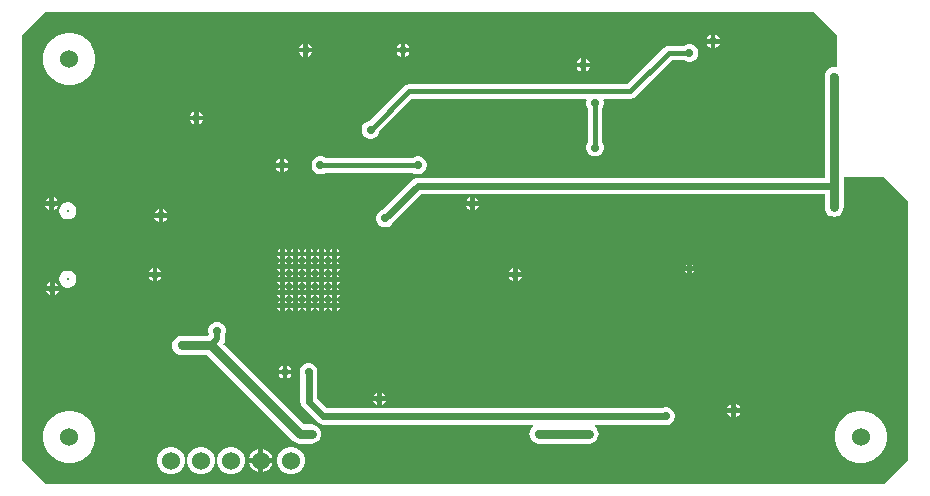
<source format=gbl>
G04*
G04 #@! TF.GenerationSoftware,Altium Limited,Altium Designer,25.8.1 (18)*
G04*
G04 Layer_Physical_Order=2*
G04 Layer_Color=16711680*
%FSLAX44Y44*%
%MOMM*%
G71*
G04*
G04 #@! TF.SameCoordinates,5983EDC3-4ECE-46C9-A552-0EA99BB4F25C*
G04*
G04*
G04 #@! TF.FilePolarity,Positive*
G04*
G01*
G75*
%ADD57C,0.8000*%
%ADD58C,0.6000*%
%ADD60C,0.5000*%
%ADD62C,0.4000*%
%ADD65C,1.5240*%
%ADD66C,0.3250*%
%ADD67C,0.7000*%
%ADD68C,0.5000*%
%ADD69C,0.4000*%
G36*
X1480000Y720000D02*
Y693911D01*
X1478730Y692907D01*
X1477500Y693069D01*
X1475412Y692794D01*
X1473466Y691988D01*
X1471794Y690706D01*
X1470512Y689035D01*
X1469706Y687088D01*
X1469431Y685000D01*
Y599560D01*
X1125000D01*
X1123173Y599320D01*
X1121470Y598615D01*
X1120008Y597492D01*
X1094366Y571851D01*
X1092895Y571002D01*
X1091498Y569605D01*
X1090511Y567895D01*
X1090000Y565987D01*
Y564013D01*
X1090511Y562105D01*
X1091498Y560395D01*
X1092895Y558998D01*
X1094605Y558011D01*
X1096513Y557500D01*
X1098487D01*
X1100395Y558011D01*
X1102105Y558998D01*
X1103502Y560395D01*
X1104351Y561866D01*
X1127924Y585440D01*
X1469431D01*
Y574431D01*
X1469706Y572343D01*
X1470512Y570396D01*
X1471794Y568725D01*
X1473466Y567443D01*
X1475412Y566637D01*
X1477500Y566362D01*
X1479588Y566637D01*
X1481534Y567443D01*
X1483206Y568725D01*
X1484488Y570396D01*
X1485294Y572343D01*
X1485569Y574431D01*
Y592500D01*
Y600000D01*
X1520000D01*
X1540000Y580000D01*
Y360000D01*
X1520000Y340000D01*
X810000D01*
X790000Y360000D01*
Y720000D01*
X810000Y740000D01*
X1460000D01*
X1480000Y720000D01*
D02*
G37*
%LPC*%
G36*
X1377000Y720449D02*
Y717000D01*
X1380449D01*
X1379917Y718285D01*
X1378285Y719917D01*
X1377000Y720449D01*
D02*
G37*
G36*
X1373000D02*
X1371715Y719917D01*
X1370083Y718285D01*
X1369551Y717000D01*
X1373000D01*
Y720449D01*
D02*
G37*
G36*
X1380449Y713000D02*
X1377000D01*
Y709550D01*
X1378285Y710083D01*
X1379917Y711715D01*
X1380449Y713000D01*
D02*
G37*
G36*
X1373000D02*
X1369551D01*
X1370083Y711715D01*
X1371715Y710083D01*
X1373000Y709550D01*
Y713000D01*
D02*
G37*
G36*
X1114500Y712950D02*
Y709500D01*
X1117950D01*
X1117417Y710785D01*
X1115785Y712417D01*
X1114500Y712950D01*
D02*
G37*
G36*
X1110500D02*
X1109215Y712417D01*
X1107583Y710785D01*
X1107051Y709500D01*
X1110500D01*
Y712950D01*
D02*
G37*
G36*
X1032000D02*
Y709500D01*
X1035449D01*
X1034917Y710785D01*
X1033285Y712417D01*
X1032000Y712950D01*
D02*
G37*
G36*
X1028000D02*
X1026715Y712417D01*
X1025083Y710785D01*
X1024551Y709500D01*
X1028000D01*
Y712950D01*
D02*
G37*
G36*
X1117950Y705500D02*
X1114500D01*
Y702051D01*
X1115785Y702583D01*
X1117417Y704215D01*
X1117950Y705500D01*
D02*
G37*
G36*
X1110500D02*
X1107051D01*
X1107583Y704215D01*
X1109215Y702583D01*
X1110500Y702051D01*
Y705500D01*
D02*
G37*
G36*
X1035449D02*
X1032000D01*
Y702051D01*
X1033285Y702583D01*
X1034917Y704215D01*
X1035449Y705500D01*
D02*
G37*
G36*
X1028000D02*
X1024551D01*
X1025083Y704215D01*
X1026715Y702583D01*
X1028000Y702051D01*
Y705500D01*
D02*
G37*
G36*
X1355987Y712500D02*
X1354013D01*
X1352105Y711989D01*
X1350596Y711118D01*
X1337500D01*
X1335159Y710652D01*
X1333174Y709326D01*
X1302466Y678617D01*
X1117500D01*
X1115159Y678152D01*
X1113174Y676826D01*
X1083788Y647440D01*
X1082105Y646989D01*
X1080395Y646002D01*
X1078998Y644605D01*
X1078011Y642895D01*
X1077500Y640987D01*
Y639013D01*
X1078011Y637105D01*
X1078998Y635395D01*
X1080395Y633998D01*
X1082105Y633011D01*
X1084013Y632500D01*
X1085987D01*
X1087895Y633011D01*
X1089605Y633998D01*
X1091002Y635395D01*
X1091989Y637105D01*
X1092440Y638788D01*
X1120034Y666383D01*
X1267290D01*
X1267935Y665112D01*
X1267500Y663487D01*
Y661513D01*
X1268011Y659605D01*
X1268883Y658096D01*
Y629404D01*
X1268011Y627895D01*
X1267500Y625987D01*
Y624013D01*
X1268011Y622105D01*
X1268998Y620395D01*
X1270395Y618998D01*
X1272105Y618011D01*
X1274013Y617500D01*
X1275987D01*
X1277895Y618011D01*
X1279605Y618998D01*
X1281001Y620395D01*
X1281989Y622105D01*
X1282500Y624013D01*
Y625987D01*
X1281989Y627895D01*
X1281118Y629404D01*
Y658096D01*
X1281989Y659605D01*
X1282500Y661513D01*
Y663487D01*
X1282065Y665112D01*
X1282710Y666383D01*
X1305000D01*
X1307341Y666848D01*
X1309326Y668174D01*
X1340034Y698883D01*
X1350596D01*
X1352105Y698011D01*
X1354013Y697500D01*
X1355987D01*
X1357895Y698011D01*
X1359605Y698998D01*
X1361001Y700395D01*
X1361989Y702105D01*
X1362500Y704013D01*
Y705987D01*
X1361989Y707895D01*
X1361001Y709605D01*
X1359605Y711002D01*
X1357895Y711989D01*
X1355987Y712500D01*
D02*
G37*
G36*
X1267000Y700449D02*
Y697000D01*
X1270450D01*
X1269917Y698285D01*
X1268285Y699917D01*
X1267000Y700449D01*
D02*
G37*
G36*
X1263000D02*
X1261715Y699917D01*
X1260083Y698285D01*
X1259551Y697000D01*
X1263000D01*
Y700449D01*
D02*
G37*
G36*
X1270450Y693000D02*
X1267000D01*
Y689551D01*
X1268285Y690083D01*
X1269917Y691715D01*
X1270450Y693000D01*
D02*
G37*
G36*
X1263000D02*
X1259551D01*
X1260083Y691715D01*
X1261715Y690083D01*
X1263000Y689551D01*
Y693000D01*
D02*
G37*
G36*
X832167Y722000D02*
X827833D01*
X823583Y721154D01*
X819579Y719496D01*
X815976Y717088D01*
X812912Y714024D01*
X810504Y710421D01*
X808845Y706417D01*
X808000Y702167D01*
Y697833D01*
X808845Y693583D01*
X810504Y689579D01*
X812912Y685976D01*
X815976Y682912D01*
X819579Y680504D01*
X823583Y678846D01*
X827833Y678000D01*
X832167D01*
X836417Y678846D01*
X840421Y680504D01*
X844024Y682912D01*
X847088Y685976D01*
X849496Y689579D01*
X851154Y693583D01*
X852000Y697833D01*
Y702167D01*
X851154Y706417D01*
X849496Y710421D01*
X847088Y714024D01*
X844024Y717088D01*
X840421Y719496D01*
X836417Y721154D01*
X832167Y722000D01*
D02*
G37*
G36*
X939500Y655449D02*
Y652000D01*
X942949D01*
X942417Y653285D01*
X940785Y654917D01*
X939500Y655449D01*
D02*
G37*
G36*
X935500D02*
X934215Y654917D01*
X932583Y653285D01*
X932051Y652000D01*
X935500D01*
Y655449D01*
D02*
G37*
G36*
X942949Y648000D02*
X939500D01*
Y644551D01*
X940785Y645083D01*
X942417Y646715D01*
X942949Y648000D01*
D02*
G37*
G36*
X935500D02*
X932051D01*
X932583Y646715D01*
X934215Y645083D01*
X935500Y644551D01*
Y648000D01*
D02*
G37*
G36*
X1125987Y617500D02*
X1124013D01*
X1122105Y616989D01*
X1120596Y616118D01*
X1046904D01*
X1045395Y616989D01*
X1043487Y617500D01*
X1041513D01*
X1039605Y616989D01*
X1037895Y616002D01*
X1036498Y614605D01*
X1035511Y612895D01*
X1035000Y610987D01*
Y609013D01*
X1035511Y607105D01*
X1036498Y605395D01*
X1037895Y603998D01*
X1039605Y603011D01*
X1041513Y602500D01*
X1043487D01*
X1045395Y603011D01*
X1046904Y603882D01*
X1120596D01*
X1122105Y603011D01*
X1124013Y602500D01*
X1125987D01*
X1127895Y603011D01*
X1129605Y603998D01*
X1131002Y605395D01*
X1131989Y607105D01*
X1132500Y609013D01*
Y610987D01*
X1131989Y612895D01*
X1131002Y614605D01*
X1129605Y616002D01*
X1127895Y616989D01*
X1125987Y617500D01*
D02*
G37*
G36*
X1012000Y615449D02*
Y612000D01*
X1015450D01*
X1014917Y613285D01*
X1013286Y614917D01*
X1012000Y615449D01*
D02*
G37*
G36*
X1008000D02*
X1006715Y614917D01*
X1005083Y613285D01*
X1004551Y612000D01*
X1008000D01*
Y615449D01*
D02*
G37*
G36*
X1015450Y608000D02*
X1012000D01*
Y604551D01*
X1013286Y605083D01*
X1014917Y606715D01*
X1015450Y608000D01*
D02*
G37*
G36*
X1008000D02*
X1004551D01*
X1005083Y606715D01*
X1006715Y605083D01*
X1008000Y604551D01*
Y608000D01*
D02*
G37*
G36*
X817000Y582949D02*
Y579500D01*
X820449D01*
X819917Y580785D01*
X818285Y582417D01*
X817000Y582949D01*
D02*
G37*
G36*
X813000D02*
X811715Y582417D01*
X810083Y580785D01*
X809551Y579500D01*
X813000D01*
Y582949D01*
D02*
G37*
G36*
X1173159Y582949D02*
Y579500D01*
X1176608D01*
X1176076Y580785D01*
X1174444Y582417D01*
X1173159Y582949D01*
D02*
G37*
G36*
X1169159D02*
X1167873Y582417D01*
X1166242Y580785D01*
X1165709Y579500D01*
X1169159D01*
Y582949D01*
D02*
G37*
G36*
X820449Y575500D02*
X817000D01*
Y572051D01*
X818285Y572583D01*
X819917Y574215D01*
X820449Y575500D01*
D02*
G37*
G36*
X813000D02*
X809551D01*
X810083Y574215D01*
X811715Y572583D01*
X813000Y572051D01*
Y575500D01*
D02*
G37*
G36*
X1176608Y575500D02*
X1173159D01*
Y572050D01*
X1174444Y572583D01*
X1176076Y574214D01*
X1176608Y575500D01*
D02*
G37*
G36*
X1169159D02*
X1165709D01*
X1166242Y574214D01*
X1167873Y572583D01*
X1169159Y572050D01*
Y575500D01*
D02*
G37*
G36*
X909500Y572949D02*
Y569500D01*
X912949D01*
X912417Y570785D01*
X910785Y572417D01*
X909500Y572949D01*
D02*
G37*
G36*
X905500D02*
X904214Y572417D01*
X902583Y570785D01*
X902050Y569500D01*
X905500D01*
Y572949D01*
D02*
G37*
G36*
X829484Y578650D02*
X827576D01*
X825732Y578156D01*
X824078Y577201D01*
X822729Y575852D01*
X821774Y574198D01*
X821280Y572355D01*
Y570446D01*
X821774Y568602D01*
X822729Y566948D01*
X824078Y565599D01*
X825732Y564644D01*
X827576Y564150D01*
X829484D01*
X831328Y564644D01*
X832982Y565599D01*
X834331Y566948D01*
X835286Y568602D01*
X835780Y570446D01*
Y572355D01*
X835286Y574198D01*
X834331Y575852D01*
X832982Y577201D01*
X831328Y578156D01*
X829484Y578650D01*
D02*
G37*
G36*
X912949Y565500D02*
X909500D01*
Y562051D01*
X910785Y562583D01*
X912417Y564215D01*
X912949Y565500D01*
D02*
G37*
G36*
X905500D02*
X902050D01*
X902583Y564215D01*
X904214Y562583D01*
X905500Y562051D01*
Y565500D01*
D02*
G37*
G36*
X1056500Y539367D02*
Y537000D01*
X1058867D01*
X1058569Y537719D01*
X1057219Y539069D01*
X1056500Y539367D01*
D02*
G37*
G36*
X1052500D02*
X1051781Y539069D01*
X1050431Y537719D01*
X1050133Y537000D01*
X1052500D01*
Y539367D01*
D02*
G37*
G36*
X1045500D02*
Y537000D01*
X1047867D01*
X1047569Y537719D01*
X1046219Y539069D01*
X1045500Y539367D01*
D02*
G37*
G36*
X1041500D02*
X1040781Y539069D01*
X1039431Y537719D01*
X1039133Y537000D01*
X1041500D01*
Y539367D01*
D02*
G37*
G36*
X1034500D02*
Y537000D01*
X1036867D01*
X1036569Y537719D01*
X1035219Y539069D01*
X1034500Y539367D01*
D02*
G37*
G36*
X1030500D02*
X1029781Y539069D01*
X1028431Y537719D01*
X1028133Y537000D01*
X1030500D01*
Y539367D01*
D02*
G37*
G36*
X1023500D02*
Y537000D01*
X1025867D01*
X1025569Y537719D01*
X1024219Y539069D01*
X1023500Y539367D01*
D02*
G37*
G36*
X1019500D02*
X1018781Y539069D01*
X1017431Y537719D01*
X1017133Y537000D01*
X1019500D01*
Y539367D01*
D02*
G37*
G36*
X1012500D02*
Y537000D01*
X1014867D01*
X1014569Y537719D01*
X1013219Y539069D01*
X1012500Y539367D01*
D02*
G37*
G36*
X1008500D02*
X1007781Y539069D01*
X1006431Y537719D01*
X1006133Y537000D01*
X1008500D01*
Y539367D01*
D02*
G37*
G36*
X1058867Y533000D02*
X1056500D01*
Y530633D01*
X1057219Y530931D01*
X1058569Y532281D01*
X1058867Y533000D01*
D02*
G37*
G36*
X1052500D02*
X1050133D01*
X1050431Y532281D01*
X1051781Y530931D01*
X1052500Y530633D01*
Y533000D01*
D02*
G37*
G36*
X1047867D02*
X1045500D01*
Y530633D01*
X1046219Y530931D01*
X1047569Y532281D01*
X1047867Y533000D01*
D02*
G37*
G36*
X1041500D02*
X1039133D01*
X1039431Y532281D01*
X1040781Y530931D01*
X1041500Y530633D01*
Y533000D01*
D02*
G37*
G36*
X1036867D02*
X1034500D01*
Y530633D01*
X1035219Y530931D01*
X1036569Y532281D01*
X1036867Y533000D01*
D02*
G37*
G36*
X1030500D02*
X1028133D01*
X1028431Y532281D01*
X1029781Y530931D01*
X1030500Y530633D01*
Y533000D01*
D02*
G37*
G36*
X1025867D02*
X1023500D01*
Y530633D01*
X1024219Y530931D01*
X1025569Y532281D01*
X1025867Y533000D01*
D02*
G37*
G36*
X1019500D02*
X1017133D01*
X1017431Y532281D01*
X1018781Y530931D01*
X1019500Y530633D01*
Y533000D01*
D02*
G37*
G36*
X1014867D02*
X1012500D01*
Y530633D01*
X1013219Y530931D01*
X1014569Y532281D01*
X1014867Y533000D01*
D02*
G37*
G36*
X1008500D02*
X1006133D01*
X1006431Y532281D01*
X1007781Y530931D01*
X1008500Y530633D01*
Y533000D01*
D02*
G37*
G36*
X1056500Y528367D02*
Y526000D01*
X1058867D01*
X1058569Y526719D01*
X1057219Y528069D01*
X1056500Y528367D01*
D02*
G37*
G36*
X1052500D02*
X1051781Y528069D01*
X1050431Y526719D01*
X1050133Y526000D01*
X1052500D01*
Y528367D01*
D02*
G37*
G36*
X1045500D02*
Y526000D01*
X1047867D01*
X1047569Y526719D01*
X1046219Y528069D01*
X1045500Y528367D01*
D02*
G37*
G36*
X1041500D02*
X1040781Y528069D01*
X1039431Y526719D01*
X1039133Y526000D01*
X1041500D01*
Y528367D01*
D02*
G37*
G36*
X1034500D02*
Y526000D01*
X1036867D01*
X1036569Y526719D01*
X1035219Y528069D01*
X1034500Y528367D01*
D02*
G37*
G36*
X1030500D02*
X1029781Y528069D01*
X1028431Y526719D01*
X1028133Y526000D01*
X1030500D01*
Y528367D01*
D02*
G37*
G36*
X1023500D02*
Y526000D01*
X1025867D01*
X1025569Y526719D01*
X1024219Y528069D01*
X1023500Y528367D01*
D02*
G37*
G36*
X1019500D02*
X1018781Y528069D01*
X1017431Y526719D01*
X1017133Y526000D01*
X1019500D01*
Y528367D01*
D02*
G37*
G36*
X1012500D02*
Y526000D01*
X1014867D01*
X1014569Y526719D01*
X1013219Y528069D01*
X1012500Y528367D01*
D02*
G37*
G36*
X1008500D02*
X1007781Y528069D01*
X1006431Y526719D01*
X1006133Y526000D01*
X1008500D01*
Y528367D01*
D02*
G37*
G36*
X1357000Y526326D02*
Y524500D01*
X1358826D01*
X1358645Y524936D01*
X1357436Y526145D01*
X1357000Y526326D01*
D02*
G37*
G36*
X1353000D02*
X1352564Y526145D01*
X1351355Y524936D01*
X1351174Y524500D01*
X1353000D01*
Y526326D01*
D02*
G37*
G36*
X1058867Y522000D02*
X1056500D01*
Y519633D01*
X1057219Y519931D01*
X1058569Y521281D01*
X1058867Y522000D01*
D02*
G37*
G36*
X1052500D02*
X1050133D01*
X1050431Y521281D01*
X1051781Y519931D01*
X1052500Y519633D01*
Y522000D01*
D02*
G37*
G36*
X1047867D02*
X1045500D01*
Y519633D01*
X1046219Y519931D01*
X1047569Y521281D01*
X1047867Y522000D01*
D02*
G37*
G36*
X1041500D02*
X1039133D01*
X1039431Y521281D01*
X1040781Y519931D01*
X1041500Y519633D01*
Y522000D01*
D02*
G37*
G36*
X1036867D02*
X1034500D01*
Y519633D01*
X1035219Y519931D01*
X1036569Y521281D01*
X1036867Y522000D01*
D02*
G37*
G36*
X1030500D02*
X1028133D01*
X1028431Y521281D01*
X1029781Y519931D01*
X1030500Y519633D01*
Y522000D01*
D02*
G37*
G36*
X1025867D02*
X1023500D01*
Y519633D01*
X1024219Y519931D01*
X1025569Y521281D01*
X1025867Y522000D01*
D02*
G37*
G36*
X1019500D02*
X1017133D01*
X1017431Y521281D01*
X1018781Y519931D01*
X1019500Y519633D01*
Y522000D01*
D02*
G37*
G36*
X1014867D02*
X1012500D01*
Y519633D01*
X1013219Y519931D01*
X1014569Y521281D01*
X1014867Y522000D01*
D02*
G37*
G36*
X1008500D02*
X1006133D01*
X1006431Y521281D01*
X1007781Y519931D01*
X1008500Y519633D01*
Y522000D01*
D02*
G37*
G36*
X1209500Y522949D02*
Y519500D01*
X1212949D01*
X1212417Y520785D01*
X1210785Y522417D01*
X1209500Y522949D01*
D02*
G37*
G36*
X1205500D02*
X1204215Y522417D01*
X1202583Y520785D01*
X1202051Y519500D01*
X1205500D01*
Y522949D01*
D02*
G37*
G36*
X904500Y522949D02*
Y519500D01*
X907950D01*
X907417Y520785D01*
X905786Y522417D01*
X904500Y522949D01*
D02*
G37*
G36*
X900500D02*
X899215Y522417D01*
X897583Y520785D01*
X897051Y519500D01*
X900500D01*
Y522949D01*
D02*
G37*
G36*
X1358826Y520500D02*
X1357000D01*
Y518674D01*
X1357436Y518855D01*
X1358645Y520064D01*
X1358826Y520500D01*
D02*
G37*
G36*
X1353000D02*
X1351174D01*
X1351355Y520064D01*
X1352564Y518855D01*
X1353000Y518674D01*
Y520500D01*
D02*
G37*
G36*
X1056500Y517367D02*
Y515000D01*
X1058867D01*
X1058569Y515719D01*
X1057219Y517069D01*
X1056500Y517367D01*
D02*
G37*
G36*
X1052500D02*
X1051781Y517069D01*
X1050431Y515719D01*
X1050133Y515000D01*
X1052500D01*
Y517367D01*
D02*
G37*
G36*
X1045500D02*
Y515000D01*
X1047867D01*
X1047569Y515719D01*
X1046219Y517069D01*
X1045500Y517367D01*
D02*
G37*
G36*
X1041500D02*
X1040781Y517069D01*
X1039431Y515719D01*
X1039133Y515000D01*
X1041500D01*
Y517367D01*
D02*
G37*
G36*
X1034500D02*
Y515000D01*
X1036867D01*
X1036569Y515719D01*
X1035219Y517069D01*
X1034500Y517367D01*
D02*
G37*
G36*
X1030500D02*
X1029781Y517069D01*
X1028431Y515719D01*
X1028133Y515000D01*
X1030500D01*
Y517367D01*
D02*
G37*
G36*
X1023500D02*
Y515000D01*
X1025867D01*
X1025569Y515719D01*
X1024219Y517069D01*
X1023500Y517367D01*
D02*
G37*
G36*
X1019500D02*
X1018781Y517069D01*
X1017431Y515719D01*
X1017133Y515000D01*
X1019500D01*
Y517367D01*
D02*
G37*
G36*
X1012500D02*
Y515000D01*
X1014867D01*
X1014569Y515719D01*
X1013219Y517069D01*
X1012500Y517367D01*
D02*
G37*
G36*
X1008500D02*
X1007781Y517069D01*
X1006431Y515719D01*
X1006133Y515000D01*
X1008500D01*
Y517367D01*
D02*
G37*
G36*
X1212949Y515500D02*
X1209500D01*
Y512051D01*
X1210785Y512583D01*
X1212417Y514215D01*
X1212949Y515500D01*
D02*
G37*
G36*
X1205500D02*
X1202051D01*
X1202583Y514215D01*
X1204215Y512583D01*
X1205500Y512051D01*
Y515500D01*
D02*
G37*
G36*
X907950Y515500D02*
X904500D01*
Y512051D01*
X905786Y512583D01*
X907417Y514215D01*
X907950Y515500D01*
D02*
G37*
G36*
X900500D02*
X897051D01*
X897583Y514215D01*
X899215Y512583D01*
X900500Y512051D01*
Y515500D01*
D02*
G37*
G36*
X1058867Y511000D02*
X1056500D01*
Y508633D01*
X1057219Y508931D01*
X1058569Y510281D01*
X1058867Y511000D01*
D02*
G37*
G36*
X1052500D02*
X1050133D01*
X1050431Y510281D01*
X1051781Y508931D01*
X1052500Y508633D01*
Y511000D01*
D02*
G37*
G36*
X1047867D02*
X1045500D01*
Y508633D01*
X1046219Y508931D01*
X1047569Y510281D01*
X1047867Y511000D01*
D02*
G37*
G36*
X1041500D02*
X1039133D01*
X1039431Y510281D01*
X1040781Y508931D01*
X1041500Y508633D01*
Y511000D01*
D02*
G37*
G36*
X1036867D02*
X1034500D01*
Y508633D01*
X1035219Y508931D01*
X1036569Y510281D01*
X1036867Y511000D01*
D02*
G37*
G36*
X1030500D02*
X1028133D01*
X1028431Y510281D01*
X1029781Y508931D01*
X1030500Y508633D01*
Y511000D01*
D02*
G37*
G36*
X1025867D02*
X1023500D01*
Y508633D01*
X1024219Y508931D01*
X1025569Y510281D01*
X1025867Y511000D01*
D02*
G37*
G36*
X1019500D02*
X1017133D01*
X1017431Y510281D01*
X1018781Y508931D01*
X1019500Y508633D01*
Y511000D01*
D02*
G37*
G36*
X1014867D02*
X1012500D01*
Y508633D01*
X1013219Y508931D01*
X1014569Y510281D01*
X1014867Y511000D01*
D02*
G37*
G36*
X1008500D02*
X1006133D01*
X1006431Y510281D01*
X1007781Y508931D01*
X1008500Y508633D01*
Y511000D01*
D02*
G37*
G36*
X817582Y511031D02*
Y507582D01*
X821031D01*
X820499Y508867D01*
X818867Y510499D01*
X817582Y511031D01*
D02*
G37*
G36*
X813582D02*
X812297Y510499D01*
X810665Y508867D01*
X810133Y507582D01*
X813582D01*
Y511031D01*
D02*
G37*
G36*
X829484Y520850D02*
X827576D01*
X825732Y520356D01*
X824078Y519402D01*
X822729Y518052D01*
X821774Y516398D01*
X821280Y514554D01*
Y512645D01*
X821774Y510802D01*
X822729Y509148D01*
X824078Y507799D01*
X825732Y506844D01*
X827576Y506350D01*
X829484D01*
X831328Y506844D01*
X832982Y507799D01*
X834331Y509148D01*
X835286Y510802D01*
X835780Y512645D01*
Y514554D01*
X835286Y516398D01*
X834331Y518052D01*
X832982Y519402D01*
X831328Y520356D01*
X829484Y520850D01*
D02*
G37*
G36*
X1056500Y506367D02*
Y504000D01*
X1058867D01*
X1058569Y504719D01*
X1057219Y506069D01*
X1056500Y506367D01*
D02*
G37*
G36*
X1052500D02*
X1051781Y506069D01*
X1050431Y504719D01*
X1050133Y504000D01*
X1052500D01*
Y506367D01*
D02*
G37*
G36*
X1045500D02*
Y504000D01*
X1047867D01*
X1047569Y504719D01*
X1046219Y506069D01*
X1045500Y506367D01*
D02*
G37*
G36*
X1041500D02*
X1040781Y506069D01*
X1039431Y504719D01*
X1039133Y504000D01*
X1041500D01*
Y506367D01*
D02*
G37*
G36*
X1034500D02*
Y504000D01*
X1036867D01*
X1036569Y504719D01*
X1035219Y506069D01*
X1034500Y506367D01*
D02*
G37*
G36*
X1030500D02*
X1029781Y506069D01*
X1028431Y504719D01*
X1028133Y504000D01*
X1030500D01*
Y506367D01*
D02*
G37*
G36*
X1023500D02*
Y504000D01*
X1025867D01*
X1025569Y504719D01*
X1024219Y506069D01*
X1023500Y506367D01*
D02*
G37*
G36*
X1019500D02*
X1018781Y506069D01*
X1017431Y504719D01*
X1017133Y504000D01*
X1019500D01*
Y506367D01*
D02*
G37*
G36*
X1012500D02*
Y504000D01*
X1014867D01*
X1014569Y504719D01*
X1013219Y506069D01*
X1012500Y506367D01*
D02*
G37*
G36*
X1008500D02*
X1007781Y506069D01*
X1006431Y504719D01*
X1006133Y504000D01*
X1008500D01*
Y506367D01*
D02*
G37*
G36*
X821031Y503582D02*
X817582D01*
Y500133D01*
X818867Y500665D01*
X820499Y502297D01*
X821031Y503582D01*
D02*
G37*
G36*
X813582D02*
X810133D01*
X810665Y502297D01*
X812297Y500665D01*
X813582Y500133D01*
Y503582D01*
D02*
G37*
G36*
X1058867Y500000D02*
X1056500D01*
Y497633D01*
X1057219Y497931D01*
X1058569Y499281D01*
X1058867Y500000D01*
D02*
G37*
G36*
X1052500D02*
X1050133D01*
X1050431Y499281D01*
X1051781Y497931D01*
X1052500Y497633D01*
Y500000D01*
D02*
G37*
G36*
X1047867D02*
X1045500D01*
Y497633D01*
X1046219Y497931D01*
X1047569Y499281D01*
X1047867Y500000D01*
D02*
G37*
G36*
X1041500D02*
X1039133D01*
X1039431Y499281D01*
X1040781Y497931D01*
X1041500Y497633D01*
Y500000D01*
D02*
G37*
G36*
X1036867D02*
X1034500D01*
Y497633D01*
X1035219Y497931D01*
X1036569Y499281D01*
X1036867Y500000D01*
D02*
G37*
G36*
X1030500D02*
X1028133D01*
X1028431Y499281D01*
X1029781Y497931D01*
X1030500Y497633D01*
Y500000D01*
D02*
G37*
G36*
X1025867D02*
X1023500D01*
Y497633D01*
X1024219Y497931D01*
X1025569Y499281D01*
X1025867Y500000D01*
D02*
G37*
G36*
X1019500D02*
X1017133D01*
X1017431Y499281D01*
X1018781Y497931D01*
X1019500Y497633D01*
Y500000D01*
D02*
G37*
G36*
X1014867D02*
X1012500D01*
Y497633D01*
X1013219Y497931D01*
X1014569Y499281D01*
X1014867Y500000D01*
D02*
G37*
G36*
X1008500D02*
X1006133D01*
X1006431Y499281D01*
X1007781Y497931D01*
X1008500Y497633D01*
Y500000D01*
D02*
G37*
G36*
X1056500Y495367D02*
Y493000D01*
X1058867D01*
X1058569Y493719D01*
X1057219Y495069D01*
X1056500Y495367D01*
D02*
G37*
G36*
X1052500D02*
X1051781Y495069D01*
X1050431Y493719D01*
X1050133Y493000D01*
X1052500D01*
Y495367D01*
D02*
G37*
G36*
X1045500D02*
Y493000D01*
X1047867D01*
X1047569Y493719D01*
X1046219Y495069D01*
X1045500Y495367D01*
D02*
G37*
G36*
X1041500D02*
X1040781Y495069D01*
X1039431Y493719D01*
X1039133Y493000D01*
X1041500D01*
Y495367D01*
D02*
G37*
G36*
X1034500D02*
Y493000D01*
X1036867D01*
X1036569Y493719D01*
X1035219Y495069D01*
X1034500Y495367D01*
D02*
G37*
G36*
X1030500D02*
X1029781Y495069D01*
X1028431Y493719D01*
X1028133Y493000D01*
X1030500D01*
Y495367D01*
D02*
G37*
G36*
X1023500D02*
Y493000D01*
X1025867D01*
X1025569Y493719D01*
X1024219Y495069D01*
X1023500Y495367D01*
D02*
G37*
G36*
X1019500D02*
X1018781Y495069D01*
X1017431Y493719D01*
X1017133Y493000D01*
X1019500D01*
Y495367D01*
D02*
G37*
G36*
X1012500D02*
Y493000D01*
X1014867D01*
X1014569Y493719D01*
X1013219Y495069D01*
X1012500Y495367D01*
D02*
G37*
G36*
X1008500D02*
X1007781Y495069D01*
X1006431Y493719D01*
X1006133Y493000D01*
X1008500D01*
Y495367D01*
D02*
G37*
G36*
X1058867Y489000D02*
X1056500D01*
Y486633D01*
X1057219Y486931D01*
X1058569Y488281D01*
X1058867Y489000D01*
D02*
G37*
G36*
X1052500D02*
X1050133D01*
X1050431Y488281D01*
X1051781Y486931D01*
X1052500Y486633D01*
Y489000D01*
D02*
G37*
G36*
X1047867D02*
X1045500D01*
Y486633D01*
X1046219Y486931D01*
X1047569Y488281D01*
X1047867Y489000D01*
D02*
G37*
G36*
X1041500D02*
X1039133D01*
X1039431Y488281D01*
X1040781Y486931D01*
X1041500Y486633D01*
Y489000D01*
D02*
G37*
G36*
X1036867D02*
X1034500D01*
Y486633D01*
X1035219Y486931D01*
X1036569Y488281D01*
X1036867Y489000D01*
D02*
G37*
G36*
X1030500D02*
X1028133D01*
X1028431Y488281D01*
X1029781Y486931D01*
X1030500Y486633D01*
Y489000D01*
D02*
G37*
G36*
X1025867D02*
X1023500D01*
Y486633D01*
X1024219Y486931D01*
X1025569Y488281D01*
X1025867Y489000D01*
D02*
G37*
G36*
X1019500D02*
X1017133D01*
X1017431Y488281D01*
X1018781Y486931D01*
X1019500Y486633D01*
Y489000D01*
D02*
G37*
G36*
X1014867D02*
X1012500D01*
Y486633D01*
X1013219Y486931D01*
X1014569Y488281D01*
X1014867Y489000D01*
D02*
G37*
G36*
X1008500D02*
X1006133D01*
X1006431Y488281D01*
X1007781Y486931D01*
X1008500Y486633D01*
Y489000D01*
D02*
G37*
G36*
X1014500Y440449D02*
Y437000D01*
X1017949D01*
X1017417Y438285D01*
X1015785Y439917D01*
X1014500Y440449D01*
D02*
G37*
G36*
X1010500D02*
X1009215Y439917D01*
X1007583Y438285D01*
X1007051Y437000D01*
X1010500D01*
Y440449D01*
D02*
G37*
G36*
X1017949Y433000D02*
X1014500D01*
Y429551D01*
X1015785Y430083D01*
X1017417Y431715D01*
X1017949Y433000D01*
D02*
G37*
G36*
X1010500D02*
X1007051D01*
X1007583Y431715D01*
X1009215Y430083D01*
X1010500Y429551D01*
Y433000D01*
D02*
G37*
G36*
X1094500Y417949D02*
Y414500D01*
X1097949D01*
X1097417Y415785D01*
X1095785Y417417D01*
X1094500Y417949D01*
D02*
G37*
G36*
X1090500D02*
X1089215Y417417D01*
X1087583Y415785D01*
X1087051Y414500D01*
X1090500D01*
Y417949D01*
D02*
G37*
G36*
X1097949Y410500D02*
X1094500D01*
Y407051D01*
X1095785Y407583D01*
X1097417Y409215D01*
X1097949Y410500D01*
D02*
G37*
G36*
X1090500D02*
X1087051D01*
X1087583Y409215D01*
X1089215Y407583D01*
X1090500Y407051D01*
Y410500D01*
D02*
G37*
G36*
X1394500Y407949D02*
Y404500D01*
X1397950D01*
X1397417Y405785D01*
X1395785Y407417D01*
X1394500Y407949D01*
D02*
G37*
G36*
X1390500D02*
X1389215Y407417D01*
X1387583Y405785D01*
X1387051Y404500D01*
X1390500D01*
Y407949D01*
D02*
G37*
G36*
X1397950Y400500D02*
X1394500D01*
Y397051D01*
X1395785Y397583D01*
X1397417Y399215D01*
X1397950Y400500D01*
D02*
G37*
G36*
X1390500D02*
X1387051D01*
X1387583Y399215D01*
X1389215Y397583D01*
X1390500Y397051D01*
Y400500D01*
D02*
G37*
G36*
X1033487Y442500D02*
X1031513D01*
X1029605Y441989D01*
X1027895Y441002D01*
X1026498Y439605D01*
X1025511Y437895D01*
X1025000Y435987D01*
Y434013D01*
X1025440Y432372D01*
Y410000D01*
X1025680Y408173D01*
X1026385Y406470D01*
X1027507Y405008D01*
X1040008Y392508D01*
X1041470Y391385D01*
X1043173Y390680D01*
X1045000Y390440D01*
X1222619D01*
X1223051Y389170D01*
X1221794Y388206D01*
X1220512Y386535D01*
X1219706Y384588D01*
X1219431Y382500D01*
X1219706Y380412D01*
X1220512Y378465D01*
X1221794Y376794D01*
X1223465Y375512D01*
X1225412Y374706D01*
X1227500Y374431D01*
X1270000D01*
X1272088Y374706D01*
X1274035Y375512D01*
X1275706Y376794D01*
X1276988Y378465D01*
X1277794Y380412D01*
X1278069Y382500D01*
X1277794Y384588D01*
X1276988Y386535D01*
X1275706Y388206D01*
X1274449Y389170D01*
X1274881Y390440D01*
X1332372D01*
X1334013Y390000D01*
X1335987D01*
X1337895Y390511D01*
X1339605Y391498D01*
X1341001Y392895D01*
X1341989Y394605D01*
X1342500Y396513D01*
Y398487D01*
X1341989Y400395D01*
X1341001Y402105D01*
X1339605Y403502D01*
X1337895Y404489D01*
X1335987Y405000D01*
X1334013D01*
X1332372Y404560D01*
X1047924D01*
X1039560Y412924D01*
Y432372D01*
X1040000Y434013D01*
Y435987D01*
X1039489Y437895D01*
X1038502Y439605D01*
X1037105Y441002D01*
X1035395Y441989D01*
X1033487Y442500D01*
D02*
G37*
G36*
X955987Y477500D02*
X954013D01*
X952105Y476989D01*
X950395Y476002D01*
X948998Y474605D01*
X948011Y472895D01*
X947500Y470987D01*
Y469013D01*
X948011Y467105D01*
X948165Y466839D01*
X947541Y465569D01*
X925000D01*
X922912Y465294D01*
X920965Y464488D01*
X919294Y463206D01*
X918012Y461535D01*
X917206Y459588D01*
X916931Y457500D01*
X917206Y455412D01*
X918012Y453465D01*
X919294Y451794D01*
X920965Y450512D01*
X922912Y449706D01*
X925000Y449431D01*
X946658D01*
X1019294Y376794D01*
X1020965Y375512D01*
X1022912Y374706D01*
X1025000Y374431D01*
X1035000D01*
X1037088Y374706D01*
X1039035Y375512D01*
X1040706Y376794D01*
X1041988Y378465D01*
X1042794Y380412D01*
X1043069Y382500D01*
X1042794Y384588D01*
X1041988Y386535D01*
X1040706Y388206D01*
X1039035Y389488D01*
X1037088Y390294D01*
X1035000Y390569D01*
X1028342D01*
X960249Y458663D01*
X960678Y459222D01*
X961333Y460803D01*
X961556Y462500D01*
Y466356D01*
X961989Y467105D01*
X962500Y469013D01*
Y470987D01*
X961989Y472895D01*
X961002Y474605D01*
X959605Y476002D01*
X957895Y476989D01*
X955987Y477500D01*
D02*
G37*
G36*
X994100Y369734D02*
Y362000D01*
X1001834D01*
X1001344Y363829D01*
X1000038Y366091D01*
X998191Y367938D01*
X995929Y369244D01*
X994100Y369734D01*
D02*
G37*
G36*
X990100D02*
X988271Y369244D01*
X986009Y367938D01*
X984162Y366091D01*
X982856Y363829D01*
X982366Y362000D01*
X990100D01*
Y369734D01*
D02*
G37*
G36*
X1502167Y402000D02*
X1497833D01*
X1493583Y401155D01*
X1489579Y399496D01*
X1485976Y397089D01*
X1482912Y394024D01*
X1480504Y390421D01*
X1478846Y386417D01*
X1478000Y382167D01*
Y377833D01*
X1478846Y373583D01*
X1480504Y369579D01*
X1482912Y365976D01*
X1485976Y362911D01*
X1489579Y360504D01*
X1493583Y358845D01*
X1497833Y358000D01*
X1502167D01*
X1506417Y358845D01*
X1510421Y360504D01*
X1514024Y362911D01*
X1517088Y365976D01*
X1519496Y369579D01*
X1521154Y373583D01*
X1522000Y377833D01*
Y382167D01*
X1521154Y386417D01*
X1519496Y390421D01*
X1517088Y394024D01*
X1514024Y397089D01*
X1510421Y399496D01*
X1506417Y401155D01*
X1502167Y402000D01*
D02*
G37*
G36*
X832167D02*
X827833D01*
X823583Y401155D01*
X819579Y399496D01*
X815976Y397089D01*
X812912Y394024D01*
X810504Y390421D01*
X808845Y386417D01*
X808000Y382167D01*
Y377833D01*
X808845Y373583D01*
X810504Y369579D01*
X812912Y365976D01*
X815976Y362911D01*
X819579Y360504D01*
X823583Y358845D01*
X827833Y358000D01*
X832167D01*
X836417Y358845D01*
X840421Y360504D01*
X844024Y362911D01*
X847088Y365976D01*
X849496Y369579D01*
X851154Y373583D01*
X852000Y377833D01*
Y382167D01*
X851154Y386417D01*
X849496Y390421D01*
X847088Y394024D01*
X844024Y397089D01*
X840421Y399496D01*
X836417Y401155D01*
X832167Y402000D01*
D02*
G37*
G36*
X1001834Y358000D02*
X994100D01*
Y350266D01*
X995929Y350756D01*
X998191Y352062D01*
X1000038Y353909D01*
X1001344Y356171D01*
X1001834Y358000D01*
D02*
G37*
G36*
X990100D02*
X982366D01*
X982856Y356171D01*
X984162Y353909D01*
X986009Y352062D01*
X988271Y350756D01*
X990100Y350266D01*
Y358000D01*
D02*
G37*
G36*
X1019030Y371620D02*
X1015970D01*
X1013015Y370828D01*
X1010365Y369298D01*
X1008202Y367135D01*
X1006672Y364485D01*
X1005880Y361530D01*
Y358470D01*
X1006672Y355515D01*
X1008202Y352865D01*
X1010365Y350702D01*
X1013015Y349172D01*
X1015970Y348380D01*
X1019030D01*
X1021985Y349172D01*
X1024635Y350702D01*
X1026798Y352865D01*
X1028328Y355515D01*
X1029120Y358470D01*
Y361530D01*
X1028328Y364485D01*
X1026798Y367135D01*
X1024635Y369298D01*
X1021985Y370828D01*
X1019030Y371620D01*
D02*
G37*
G36*
X968230D02*
X965170D01*
X962215Y370828D01*
X959565Y369298D01*
X957402Y367135D01*
X955872Y364485D01*
X955080Y361530D01*
Y358470D01*
X955872Y355515D01*
X957402Y352865D01*
X959565Y350702D01*
X962215Y349172D01*
X965170Y348380D01*
X968230D01*
X971185Y349172D01*
X973835Y350702D01*
X975998Y352865D01*
X977528Y355515D01*
X978320Y358470D01*
Y361530D01*
X977528Y364485D01*
X975998Y367135D01*
X973835Y369298D01*
X971185Y370828D01*
X968230Y371620D01*
D02*
G37*
G36*
X942830D02*
X939770D01*
X936815Y370828D01*
X934165Y369298D01*
X932002Y367135D01*
X930472Y364485D01*
X929680Y361530D01*
Y358470D01*
X930472Y355515D01*
X932002Y352865D01*
X934165Y350702D01*
X936815Y349172D01*
X939770Y348380D01*
X942830D01*
X945785Y349172D01*
X948435Y350702D01*
X950598Y352865D01*
X952128Y355515D01*
X952920Y358470D01*
Y361530D01*
X952128Y364485D01*
X950598Y367135D01*
X948435Y369298D01*
X945785Y370828D01*
X942830Y371620D01*
D02*
G37*
G36*
X917430D02*
X914370D01*
X911415Y370828D01*
X908765Y369298D01*
X906602Y367135D01*
X905072Y364485D01*
X904280Y361530D01*
Y358470D01*
X905072Y355515D01*
X906602Y352865D01*
X908765Y350702D01*
X911415Y349172D01*
X914370Y348380D01*
X917430D01*
X920385Y349172D01*
X923035Y350702D01*
X925198Y352865D01*
X926728Y355515D01*
X927520Y358470D01*
Y361530D01*
X926728Y364485D01*
X925198Y367135D01*
X923035Y369298D01*
X920385Y370828D01*
X917430Y371620D01*
D02*
G37*
%LPD*%
D57*
X950000Y457500D02*
X1025000Y382500D01*
X925000Y457500D02*
X950000D01*
X1025000Y382500D02*
X1035000D01*
X1477500Y592500D02*
Y685000D01*
Y574431D02*
Y592500D01*
X1227500Y382500D02*
X1270000D01*
D58*
X1032500Y410000D02*
Y435000D01*
Y410000D02*
X1045000Y397500D01*
X1125000Y592500D02*
X1477500D01*
X1097500Y565000D02*
X1125000Y592500D01*
X1045000Y397500D02*
X1335000D01*
D60*
X950000Y457500D02*
X955000Y462500D01*
Y470000D01*
D62*
X1275000Y625000D02*
Y662500D01*
X1337500Y705000D02*
X1355000D01*
X1305000Y672500D02*
X1337500Y705000D01*
X1085000Y640000D02*
X1117500Y672500D01*
X1305000D01*
X1042500Y610000D02*
X1125000D01*
D65*
X992100Y360000D02*
D03*
X1017500D02*
D03*
X966700D02*
D03*
X915900D02*
D03*
X941300D02*
D03*
X1500000Y380000D02*
D03*
X830000Y700000D02*
D03*
Y380000D02*
D03*
D66*
X828530Y513600D02*
D03*
Y571400D02*
D03*
D67*
X1032500Y435000D02*
D03*
X1092500Y412500D02*
D03*
X1112500Y707500D02*
D03*
X955000Y470000D02*
D03*
X1477500Y574431D02*
D03*
X1275000Y662500D02*
D03*
X1265000Y695000D02*
D03*
X1275000Y625000D02*
D03*
X1355000Y705000D02*
D03*
X1085000Y640000D02*
D03*
X1125000Y610000D02*
D03*
X1042500D02*
D03*
X1335000Y397500D02*
D03*
X815582Y505582D02*
D03*
X902500Y517500D02*
D03*
X907500Y567500D02*
D03*
X815000Y577500D02*
D03*
X937500Y650000D02*
D03*
X1010000Y610000D02*
D03*
X1392500Y402500D02*
D03*
X1207500Y517500D02*
D03*
X1375000Y715000D02*
D03*
X1012500Y435000D02*
D03*
X1171159Y577500D02*
D03*
X1030000Y707500D02*
D03*
X1227500Y382500D02*
D03*
X1477500Y685000D02*
D03*
X1270000Y382500D02*
D03*
X925000Y457500D02*
D03*
X1035000Y382500D02*
D03*
X1097500Y565000D02*
D03*
D68*
X1043500Y491000D02*
D03*
X1032500D02*
D03*
X1021500D02*
D03*
X1010500D02*
D03*
X1021500Y502000D02*
D03*
X1010500Y513000D02*
D03*
Y502000D02*
D03*
X1021500Y513000D02*
D03*
X1032500Y502000D02*
D03*
X1043500D02*
D03*
Y513000D02*
D03*
X1032500D02*
D03*
X1010500Y535000D02*
D03*
Y524000D02*
D03*
X1021500D02*
D03*
X1043500D02*
D03*
X1032500D02*
D03*
X1021500Y535000D02*
D03*
X1043500D02*
D03*
X1032500D02*
D03*
X1054500Y491000D02*
D03*
Y502000D02*
D03*
Y513000D02*
D03*
Y535000D02*
D03*
Y524000D02*
D03*
D69*
X1355000Y522500D02*
D03*
M02*

</source>
